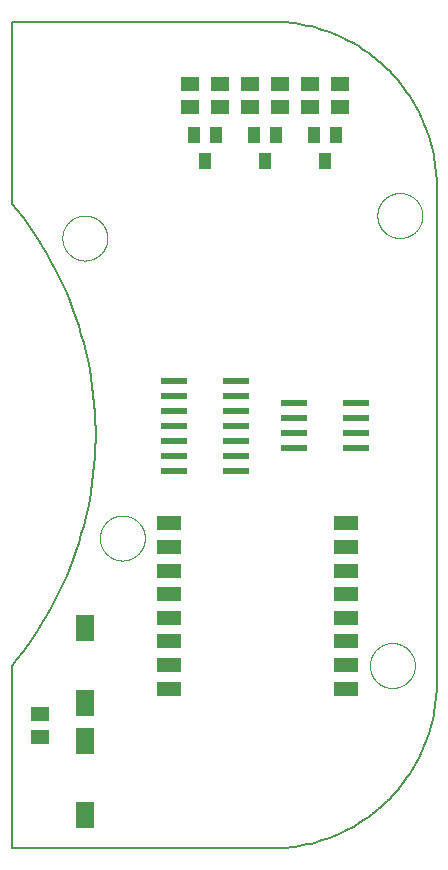
<source format=gtp>
G75*
%MOIN*%
%OFA0B0*%
%FSLAX25Y25*%
%IPPOS*%
%LPD*%
%AMOC8*
5,1,8,0,0,1.08239X$1,22.5*
%
%ADD10C,0.00600*%
%ADD11C,0.00000*%
%ADD12R,0.05906X0.05118*%
%ADD13R,0.08661X0.02362*%
%ADD14R,0.07874X0.04724*%
%ADD15R,0.06299X0.09055*%
%ADD16R,0.03937X0.05512*%
D10*
X0044283Y0005655D02*
X0044283Y0066600D01*
X0044283Y0005655D02*
X0130869Y0005655D01*
X0132201Y0005671D01*
X0133532Y0005719D01*
X0134861Y0005800D01*
X0136189Y0005912D01*
X0137513Y0006057D01*
X0138833Y0006233D01*
X0140149Y0006442D01*
X0141459Y0006682D01*
X0142763Y0006954D01*
X0144060Y0007257D01*
X0145349Y0007591D01*
X0146630Y0007956D01*
X0147901Y0008353D01*
X0149163Y0008780D01*
X0150414Y0009237D01*
X0151654Y0009724D01*
X0152881Y0010241D01*
X0154096Y0010788D01*
X0155297Y0011364D01*
X0156484Y0011968D01*
X0157655Y0012602D01*
X0158812Y0013263D01*
X0159951Y0013952D01*
X0161074Y0014668D01*
X0162180Y0015412D01*
X0163267Y0016182D01*
X0164335Y0016977D01*
X0165383Y0017799D01*
X0166411Y0018645D01*
X0167419Y0019517D01*
X0168405Y0020412D01*
X0169370Y0021331D01*
X0170311Y0022272D01*
X0171230Y0023237D01*
X0172125Y0024223D01*
X0172997Y0025231D01*
X0173843Y0026259D01*
X0174665Y0027307D01*
X0175460Y0028375D01*
X0176230Y0029462D01*
X0176974Y0030568D01*
X0177690Y0031691D01*
X0178379Y0032830D01*
X0179040Y0033987D01*
X0179674Y0035158D01*
X0180278Y0036345D01*
X0180854Y0037546D01*
X0181401Y0038761D01*
X0181918Y0039988D01*
X0182405Y0041228D01*
X0182862Y0042479D01*
X0183289Y0043741D01*
X0183686Y0045012D01*
X0184051Y0046293D01*
X0184385Y0047582D01*
X0184688Y0048879D01*
X0184960Y0050183D01*
X0185200Y0051493D01*
X0185409Y0052809D01*
X0185585Y0054129D01*
X0185730Y0055453D01*
X0185842Y0056781D01*
X0185923Y0058110D01*
X0185971Y0059441D01*
X0185987Y0060773D01*
X0185987Y0226128D01*
X0185971Y0227460D01*
X0185923Y0228791D01*
X0185842Y0230120D01*
X0185730Y0231448D01*
X0185585Y0232772D01*
X0185409Y0234092D01*
X0185200Y0235408D01*
X0184960Y0236718D01*
X0184688Y0238022D01*
X0184385Y0239319D01*
X0184051Y0240608D01*
X0183686Y0241889D01*
X0183289Y0243160D01*
X0182862Y0244422D01*
X0182405Y0245673D01*
X0181918Y0246913D01*
X0181401Y0248140D01*
X0180854Y0249355D01*
X0180278Y0250556D01*
X0179674Y0251743D01*
X0179040Y0252914D01*
X0178379Y0254071D01*
X0177690Y0255210D01*
X0176974Y0256333D01*
X0176230Y0257439D01*
X0175460Y0258526D01*
X0174665Y0259594D01*
X0173843Y0260642D01*
X0172997Y0261670D01*
X0172125Y0262678D01*
X0171230Y0263664D01*
X0170311Y0264629D01*
X0169370Y0265570D01*
X0168405Y0266489D01*
X0167419Y0267384D01*
X0166411Y0268256D01*
X0165383Y0269102D01*
X0164335Y0269924D01*
X0163267Y0270719D01*
X0162180Y0271489D01*
X0161074Y0272233D01*
X0159951Y0272949D01*
X0158812Y0273638D01*
X0157655Y0274299D01*
X0156484Y0274933D01*
X0155297Y0275537D01*
X0154096Y0276113D01*
X0152881Y0276660D01*
X0151654Y0277177D01*
X0150414Y0277664D01*
X0149163Y0278121D01*
X0147901Y0278548D01*
X0146630Y0278945D01*
X0145349Y0279310D01*
X0144060Y0279644D01*
X0142763Y0279947D01*
X0141459Y0280219D01*
X0140149Y0280459D01*
X0138833Y0280668D01*
X0137513Y0280844D01*
X0136189Y0280989D01*
X0134861Y0281101D01*
X0133532Y0281182D01*
X0132201Y0281230D01*
X0130869Y0281246D01*
X0044283Y0281246D01*
X0044283Y0220606D01*
X0046142Y0218335D01*
X0047944Y0216019D01*
X0049689Y0213660D01*
X0051376Y0211259D01*
X0053004Y0208817D01*
X0054571Y0206336D01*
X0056077Y0203818D01*
X0057520Y0201263D01*
X0058901Y0198674D01*
X0060218Y0196052D01*
X0061471Y0193398D01*
X0062657Y0190714D01*
X0063778Y0188002D01*
X0064832Y0185264D01*
X0065819Y0182500D01*
X0066738Y0179713D01*
X0067588Y0176905D01*
X0068369Y0174076D01*
X0069081Y0171230D01*
X0069723Y0168366D01*
X0070294Y0165488D01*
X0070795Y0162597D01*
X0071224Y0159694D01*
X0071583Y0156781D01*
X0071870Y0153861D01*
X0072085Y0150935D01*
X0072229Y0148004D01*
X0072301Y0145070D01*
X0072301Y0142136D01*
X0072229Y0139202D01*
X0072085Y0136271D01*
X0071870Y0133345D01*
X0071583Y0130425D01*
X0071224Y0127512D01*
X0070795Y0124609D01*
X0070294Y0121718D01*
X0069723Y0118840D01*
X0069081Y0115976D01*
X0068369Y0113130D01*
X0067588Y0110301D01*
X0066738Y0107493D01*
X0065819Y0104706D01*
X0064832Y0101942D01*
X0063778Y0099204D01*
X0062657Y0096492D01*
X0061471Y0093808D01*
X0060218Y0091154D01*
X0058901Y0088532D01*
X0057520Y0085943D01*
X0056077Y0083388D01*
X0054571Y0080870D01*
X0053004Y0078389D01*
X0051376Y0075947D01*
X0049689Y0073546D01*
X0047944Y0071187D01*
X0046142Y0068871D01*
X0044283Y0066600D01*
D11*
X0073704Y0109100D02*
X0073706Y0109284D01*
X0073713Y0109468D01*
X0073724Y0109652D01*
X0073740Y0109835D01*
X0073760Y0110018D01*
X0073785Y0110200D01*
X0073814Y0110382D01*
X0073848Y0110563D01*
X0073886Y0110743D01*
X0073929Y0110922D01*
X0073976Y0111100D01*
X0074027Y0111277D01*
X0074083Y0111453D01*
X0074142Y0111627D01*
X0074207Y0111799D01*
X0074275Y0111970D01*
X0074347Y0112139D01*
X0074424Y0112307D01*
X0074505Y0112472D01*
X0074590Y0112635D01*
X0074678Y0112797D01*
X0074771Y0112956D01*
X0074868Y0113112D01*
X0074968Y0113267D01*
X0075072Y0113419D01*
X0075180Y0113568D01*
X0075291Y0113714D01*
X0075406Y0113858D01*
X0075525Y0113999D01*
X0075647Y0114137D01*
X0075772Y0114272D01*
X0075901Y0114403D01*
X0076032Y0114532D01*
X0076167Y0114657D01*
X0076305Y0114779D01*
X0076446Y0114898D01*
X0076590Y0115013D01*
X0076736Y0115124D01*
X0076885Y0115232D01*
X0077037Y0115336D01*
X0077192Y0115436D01*
X0077348Y0115533D01*
X0077507Y0115626D01*
X0077669Y0115714D01*
X0077832Y0115799D01*
X0077997Y0115880D01*
X0078165Y0115957D01*
X0078334Y0116029D01*
X0078505Y0116097D01*
X0078677Y0116162D01*
X0078851Y0116221D01*
X0079027Y0116277D01*
X0079204Y0116328D01*
X0079382Y0116375D01*
X0079561Y0116418D01*
X0079741Y0116456D01*
X0079922Y0116490D01*
X0080104Y0116519D01*
X0080286Y0116544D01*
X0080469Y0116564D01*
X0080652Y0116580D01*
X0080836Y0116591D01*
X0081020Y0116598D01*
X0081204Y0116600D01*
X0081388Y0116598D01*
X0081572Y0116591D01*
X0081756Y0116580D01*
X0081939Y0116564D01*
X0082122Y0116544D01*
X0082304Y0116519D01*
X0082486Y0116490D01*
X0082667Y0116456D01*
X0082847Y0116418D01*
X0083026Y0116375D01*
X0083204Y0116328D01*
X0083381Y0116277D01*
X0083557Y0116221D01*
X0083731Y0116162D01*
X0083903Y0116097D01*
X0084074Y0116029D01*
X0084243Y0115957D01*
X0084411Y0115880D01*
X0084576Y0115799D01*
X0084739Y0115714D01*
X0084901Y0115626D01*
X0085060Y0115533D01*
X0085216Y0115436D01*
X0085371Y0115336D01*
X0085523Y0115232D01*
X0085672Y0115124D01*
X0085818Y0115013D01*
X0085962Y0114898D01*
X0086103Y0114779D01*
X0086241Y0114657D01*
X0086376Y0114532D01*
X0086507Y0114403D01*
X0086636Y0114272D01*
X0086761Y0114137D01*
X0086883Y0113999D01*
X0087002Y0113858D01*
X0087117Y0113714D01*
X0087228Y0113568D01*
X0087336Y0113419D01*
X0087440Y0113267D01*
X0087540Y0113112D01*
X0087637Y0112956D01*
X0087730Y0112797D01*
X0087818Y0112635D01*
X0087903Y0112472D01*
X0087984Y0112307D01*
X0088061Y0112139D01*
X0088133Y0111970D01*
X0088201Y0111799D01*
X0088266Y0111627D01*
X0088325Y0111453D01*
X0088381Y0111277D01*
X0088432Y0111100D01*
X0088479Y0110922D01*
X0088522Y0110743D01*
X0088560Y0110563D01*
X0088594Y0110382D01*
X0088623Y0110200D01*
X0088648Y0110018D01*
X0088668Y0109835D01*
X0088684Y0109652D01*
X0088695Y0109468D01*
X0088702Y0109284D01*
X0088704Y0109100D01*
X0088702Y0108916D01*
X0088695Y0108732D01*
X0088684Y0108548D01*
X0088668Y0108365D01*
X0088648Y0108182D01*
X0088623Y0108000D01*
X0088594Y0107818D01*
X0088560Y0107637D01*
X0088522Y0107457D01*
X0088479Y0107278D01*
X0088432Y0107100D01*
X0088381Y0106923D01*
X0088325Y0106747D01*
X0088266Y0106573D01*
X0088201Y0106401D01*
X0088133Y0106230D01*
X0088061Y0106061D01*
X0087984Y0105893D01*
X0087903Y0105728D01*
X0087818Y0105565D01*
X0087730Y0105403D01*
X0087637Y0105244D01*
X0087540Y0105088D01*
X0087440Y0104933D01*
X0087336Y0104781D01*
X0087228Y0104632D01*
X0087117Y0104486D01*
X0087002Y0104342D01*
X0086883Y0104201D01*
X0086761Y0104063D01*
X0086636Y0103928D01*
X0086507Y0103797D01*
X0086376Y0103668D01*
X0086241Y0103543D01*
X0086103Y0103421D01*
X0085962Y0103302D01*
X0085818Y0103187D01*
X0085672Y0103076D01*
X0085523Y0102968D01*
X0085371Y0102864D01*
X0085216Y0102764D01*
X0085060Y0102667D01*
X0084901Y0102574D01*
X0084739Y0102486D01*
X0084576Y0102401D01*
X0084411Y0102320D01*
X0084243Y0102243D01*
X0084074Y0102171D01*
X0083903Y0102103D01*
X0083731Y0102038D01*
X0083557Y0101979D01*
X0083381Y0101923D01*
X0083204Y0101872D01*
X0083026Y0101825D01*
X0082847Y0101782D01*
X0082667Y0101744D01*
X0082486Y0101710D01*
X0082304Y0101681D01*
X0082122Y0101656D01*
X0081939Y0101636D01*
X0081756Y0101620D01*
X0081572Y0101609D01*
X0081388Y0101602D01*
X0081204Y0101600D01*
X0081020Y0101602D01*
X0080836Y0101609D01*
X0080652Y0101620D01*
X0080469Y0101636D01*
X0080286Y0101656D01*
X0080104Y0101681D01*
X0079922Y0101710D01*
X0079741Y0101744D01*
X0079561Y0101782D01*
X0079382Y0101825D01*
X0079204Y0101872D01*
X0079027Y0101923D01*
X0078851Y0101979D01*
X0078677Y0102038D01*
X0078505Y0102103D01*
X0078334Y0102171D01*
X0078165Y0102243D01*
X0077997Y0102320D01*
X0077832Y0102401D01*
X0077669Y0102486D01*
X0077507Y0102574D01*
X0077348Y0102667D01*
X0077192Y0102764D01*
X0077037Y0102864D01*
X0076885Y0102968D01*
X0076736Y0103076D01*
X0076590Y0103187D01*
X0076446Y0103302D01*
X0076305Y0103421D01*
X0076167Y0103543D01*
X0076032Y0103668D01*
X0075901Y0103797D01*
X0075772Y0103928D01*
X0075647Y0104063D01*
X0075525Y0104201D01*
X0075406Y0104342D01*
X0075291Y0104486D01*
X0075180Y0104632D01*
X0075072Y0104781D01*
X0074968Y0104933D01*
X0074868Y0105088D01*
X0074771Y0105244D01*
X0074678Y0105403D01*
X0074590Y0105565D01*
X0074505Y0105728D01*
X0074424Y0105893D01*
X0074347Y0106061D01*
X0074275Y0106230D01*
X0074207Y0106401D01*
X0074142Y0106573D01*
X0074083Y0106747D01*
X0074027Y0106923D01*
X0073976Y0107100D01*
X0073929Y0107278D01*
X0073886Y0107457D01*
X0073848Y0107637D01*
X0073814Y0107818D01*
X0073785Y0108000D01*
X0073760Y0108182D01*
X0073740Y0108365D01*
X0073724Y0108548D01*
X0073713Y0108732D01*
X0073706Y0108916D01*
X0073704Y0109100D01*
X0061204Y0209100D02*
X0061206Y0209284D01*
X0061213Y0209468D01*
X0061224Y0209652D01*
X0061240Y0209835D01*
X0061260Y0210018D01*
X0061285Y0210200D01*
X0061314Y0210382D01*
X0061348Y0210563D01*
X0061386Y0210743D01*
X0061429Y0210922D01*
X0061476Y0211100D01*
X0061527Y0211277D01*
X0061583Y0211453D01*
X0061642Y0211627D01*
X0061707Y0211799D01*
X0061775Y0211970D01*
X0061847Y0212139D01*
X0061924Y0212307D01*
X0062005Y0212472D01*
X0062090Y0212635D01*
X0062178Y0212797D01*
X0062271Y0212956D01*
X0062368Y0213112D01*
X0062468Y0213267D01*
X0062572Y0213419D01*
X0062680Y0213568D01*
X0062791Y0213714D01*
X0062906Y0213858D01*
X0063025Y0213999D01*
X0063147Y0214137D01*
X0063272Y0214272D01*
X0063401Y0214403D01*
X0063532Y0214532D01*
X0063667Y0214657D01*
X0063805Y0214779D01*
X0063946Y0214898D01*
X0064090Y0215013D01*
X0064236Y0215124D01*
X0064385Y0215232D01*
X0064537Y0215336D01*
X0064692Y0215436D01*
X0064848Y0215533D01*
X0065007Y0215626D01*
X0065169Y0215714D01*
X0065332Y0215799D01*
X0065497Y0215880D01*
X0065665Y0215957D01*
X0065834Y0216029D01*
X0066005Y0216097D01*
X0066177Y0216162D01*
X0066351Y0216221D01*
X0066527Y0216277D01*
X0066704Y0216328D01*
X0066882Y0216375D01*
X0067061Y0216418D01*
X0067241Y0216456D01*
X0067422Y0216490D01*
X0067604Y0216519D01*
X0067786Y0216544D01*
X0067969Y0216564D01*
X0068152Y0216580D01*
X0068336Y0216591D01*
X0068520Y0216598D01*
X0068704Y0216600D01*
X0068888Y0216598D01*
X0069072Y0216591D01*
X0069256Y0216580D01*
X0069439Y0216564D01*
X0069622Y0216544D01*
X0069804Y0216519D01*
X0069986Y0216490D01*
X0070167Y0216456D01*
X0070347Y0216418D01*
X0070526Y0216375D01*
X0070704Y0216328D01*
X0070881Y0216277D01*
X0071057Y0216221D01*
X0071231Y0216162D01*
X0071403Y0216097D01*
X0071574Y0216029D01*
X0071743Y0215957D01*
X0071911Y0215880D01*
X0072076Y0215799D01*
X0072239Y0215714D01*
X0072401Y0215626D01*
X0072560Y0215533D01*
X0072716Y0215436D01*
X0072871Y0215336D01*
X0073023Y0215232D01*
X0073172Y0215124D01*
X0073318Y0215013D01*
X0073462Y0214898D01*
X0073603Y0214779D01*
X0073741Y0214657D01*
X0073876Y0214532D01*
X0074007Y0214403D01*
X0074136Y0214272D01*
X0074261Y0214137D01*
X0074383Y0213999D01*
X0074502Y0213858D01*
X0074617Y0213714D01*
X0074728Y0213568D01*
X0074836Y0213419D01*
X0074940Y0213267D01*
X0075040Y0213112D01*
X0075137Y0212956D01*
X0075230Y0212797D01*
X0075318Y0212635D01*
X0075403Y0212472D01*
X0075484Y0212307D01*
X0075561Y0212139D01*
X0075633Y0211970D01*
X0075701Y0211799D01*
X0075766Y0211627D01*
X0075825Y0211453D01*
X0075881Y0211277D01*
X0075932Y0211100D01*
X0075979Y0210922D01*
X0076022Y0210743D01*
X0076060Y0210563D01*
X0076094Y0210382D01*
X0076123Y0210200D01*
X0076148Y0210018D01*
X0076168Y0209835D01*
X0076184Y0209652D01*
X0076195Y0209468D01*
X0076202Y0209284D01*
X0076204Y0209100D01*
X0076202Y0208916D01*
X0076195Y0208732D01*
X0076184Y0208548D01*
X0076168Y0208365D01*
X0076148Y0208182D01*
X0076123Y0208000D01*
X0076094Y0207818D01*
X0076060Y0207637D01*
X0076022Y0207457D01*
X0075979Y0207278D01*
X0075932Y0207100D01*
X0075881Y0206923D01*
X0075825Y0206747D01*
X0075766Y0206573D01*
X0075701Y0206401D01*
X0075633Y0206230D01*
X0075561Y0206061D01*
X0075484Y0205893D01*
X0075403Y0205728D01*
X0075318Y0205565D01*
X0075230Y0205403D01*
X0075137Y0205244D01*
X0075040Y0205088D01*
X0074940Y0204933D01*
X0074836Y0204781D01*
X0074728Y0204632D01*
X0074617Y0204486D01*
X0074502Y0204342D01*
X0074383Y0204201D01*
X0074261Y0204063D01*
X0074136Y0203928D01*
X0074007Y0203797D01*
X0073876Y0203668D01*
X0073741Y0203543D01*
X0073603Y0203421D01*
X0073462Y0203302D01*
X0073318Y0203187D01*
X0073172Y0203076D01*
X0073023Y0202968D01*
X0072871Y0202864D01*
X0072716Y0202764D01*
X0072560Y0202667D01*
X0072401Y0202574D01*
X0072239Y0202486D01*
X0072076Y0202401D01*
X0071911Y0202320D01*
X0071743Y0202243D01*
X0071574Y0202171D01*
X0071403Y0202103D01*
X0071231Y0202038D01*
X0071057Y0201979D01*
X0070881Y0201923D01*
X0070704Y0201872D01*
X0070526Y0201825D01*
X0070347Y0201782D01*
X0070167Y0201744D01*
X0069986Y0201710D01*
X0069804Y0201681D01*
X0069622Y0201656D01*
X0069439Y0201636D01*
X0069256Y0201620D01*
X0069072Y0201609D01*
X0068888Y0201602D01*
X0068704Y0201600D01*
X0068520Y0201602D01*
X0068336Y0201609D01*
X0068152Y0201620D01*
X0067969Y0201636D01*
X0067786Y0201656D01*
X0067604Y0201681D01*
X0067422Y0201710D01*
X0067241Y0201744D01*
X0067061Y0201782D01*
X0066882Y0201825D01*
X0066704Y0201872D01*
X0066527Y0201923D01*
X0066351Y0201979D01*
X0066177Y0202038D01*
X0066005Y0202103D01*
X0065834Y0202171D01*
X0065665Y0202243D01*
X0065497Y0202320D01*
X0065332Y0202401D01*
X0065169Y0202486D01*
X0065007Y0202574D01*
X0064848Y0202667D01*
X0064692Y0202764D01*
X0064537Y0202864D01*
X0064385Y0202968D01*
X0064236Y0203076D01*
X0064090Y0203187D01*
X0063946Y0203302D01*
X0063805Y0203421D01*
X0063667Y0203543D01*
X0063532Y0203668D01*
X0063401Y0203797D01*
X0063272Y0203928D01*
X0063147Y0204063D01*
X0063025Y0204201D01*
X0062906Y0204342D01*
X0062791Y0204486D01*
X0062680Y0204632D01*
X0062572Y0204781D01*
X0062468Y0204933D01*
X0062368Y0205088D01*
X0062271Y0205244D01*
X0062178Y0205403D01*
X0062090Y0205565D01*
X0062005Y0205728D01*
X0061924Y0205893D01*
X0061847Y0206061D01*
X0061775Y0206230D01*
X0061707Y0206401D01*
X0061642Y0206573D01*
X0061583Y0206747D01*
X0061527Y0206923D01*
X0061476Y0207100D01*
X0061429Y0207278D01*
X0061386Y0207457D01*
X0061348Y0207637D01*
X0061314Y0207818D01*
X0061285Y0208000D01*
X0061260Y0208182D01*
X0061240Y0208365D01*
X0061224Y0208548D01*
X0061213Y0208732D01*
X0061206Y0208916D01*
X0061204Y0209100D01*
X0163704Y0066600D02*
X0163706Y0066784D01*
X0163713Y0066968D01*
X0163724Y0067152D01*
X0163740Y0067335D01*
X0163760Y0067518D01*
X0163785Y0067700D01*
X0163814Y0067882D01*
X0163848Y0068063D01*
X0163886Y0068243D01*
X0163929Y0068422D01*
X0163976Y0068600D01*
X0164027Y0068777D01*
X0164083Y0068953D01*
X0164142Y0069127D01*
X0164207Y0069299D01*
X0164275Y0069470D01*
X0164347Y0069639D01*
X0164424Y0069807D01*
X0164505Y0069972D01*
X0164590Y0070135D01*
X0164678Y0070297D01*
X0164771Y0070456D01*
X0164868Y0070612D01*
X0164968Y0070767D01*
X0165072Y0070919D01*
X0165180Y0071068D01*
X0165291Y0071214D01*
X0165406Y0071358D01*
X0165525Y0071499D01*
X0165647Y0071637D01*
X0165772Y0071772D01*
X0165901Y0071903D01*
X0166032Y0072032D01*
X0166167Y0072157D01*
X0166305Y0072279D01*
X0166446Y0072398D01*
X0166590Y0072513D01*
X0166736Y0072624D01*
X0166885Y0072732D01*
X0167037Y0072836D01*
X0167192Y0072936D01*
X0167348Y0073033D01*
X0167507Y0073126D01*
X0167669Y0073214D01*
X0167832Y0073299D01*
X0167997Y0073380D01*
X0168165Y0073457D01*
X0168334Y0073529D01*
X0168505Y0073597D01*
X0168677Y0073662D01*
X0168851Y0073721D01*
X0169027Y0073777D01*
X0169204Y0073828D01*
X0169382Y0073875D01*
X0169561Y0073918D01*
X0169741Y0073956D01*
X0169922Y0073990D01*
X0170104Y0074019D01*
X0170286Y0074044D01*
X0170469Y0074064D01*
X0170652Y0074080D01*
X0170836Y0074091D01*
X0171020Y0074098D01*
X0171204Y0074100D01*
X0171388Y0074098D01*
X0171572Y0074091D01*
X0171756Y0074080D01*
X0171939Y0074064D01*
X0172122Y0074044D01*
X0172304Y0074019D01*
X0172486Y0073990D01*
X0172667Y0073956D01*
X0172847Y0073918D01*
X0173026Y0073875D01*
X0173204Y0073828D01*
X0173381Y0073777D01*
X0173557Y0073721D01*
X0173731Y0073662D01*
X0173903Y0073597D01*
X0174074Y0073529D01*
X0174243Y0073457D01*
X0174411Y0073380D01*
X0174576Y0073299D01*
X0174739Y0073214D01*
X0174901Y0073126D01*
X0175060Y0073033D01*
X0175216Y0072936D01*
X0175371Y0072836D01*
X0175523Y0072732D01*
X0175672Y0072624D01*
X0175818Y0072513D01*
X0175962Y0072398D01*
X0176103Y0072279D01*
X0176241Y0072157D01*
X0176376Y0072032D01*
X0176507Y0071903D01*
X0176636Y0071772D01*
X0176761Y0071637D01*
X0176883Y0071499D01*
X0177002Y0071358D01*
X0177117Y0071214D01*
X0177228Y0071068D01*
X0177336Y0070919D01*
X0177440Y0070767D01*
X0177540Y0070612D01*
X0177637Y0070456D01*
X0177730Y0070297D01*
X0177818Y0070135D01*
X0177903Y0069972D01*
X0177984Y0069807D01*
X0178061Y0069639D01*
X0178133Y0069470D01*
X0178201Y0069299D01*
X0178266Y0069127D01*
X0178325Y0068953D01*
X0178381Y0068777D01*
X0178432Y0068600D01*
X0178479Y0068422D01*
X0178522Y0068243D01*
X0178560Y0068063D01*
X0178594Y0067882D01*
X0178623Y0067700D01*
X0178648Y0067518D01*
X0178668Y0067335D01*
X0178684Y0067152D01*
X0178695Y0066968D01*
X0178702Y0066784D01*
X0178704Y0066600D01*
X0178702Y0066416D01*
X0178695Y0066232D01*
X0178684Y0066048D01*
X0178668Y0065865D01*
X0178648Y0065682D01*
X0178623Y0065500D01*
X0178594Y0065318D01*
X0178560Y0065137D01*
X0178522Y0064957D01*
X0178479Y0064778D01*
X0178432Y0064600D01*
X0178381Y0064423D01*
X0178325Y0064247D01*
X0178266Y0064073D01*
X0178201Y0063901D01*
X0178133Y0063730D01*
X0178061Y0063561D01*
X0177984Y0063393D01*
X0177903Y0063228D01*
X0177818Y0063065D01*
X0177730Y0062903D01*
X0177637Y0062744D01*
X0177540Y0062588D01*
X0177440Y0062433D01*
X0177336Y0062281D01*
X0177228Y0062132D01*
X0177117Y0061986D01*
X0177002Y0061842D01*
X0176883Y0061701D01*
X0176761Y0061563D01*
X0176636Y0061428D01*
X0176507Y0061297D01*
X0176376Y0061168D01*
X0176241Y0061043D01*
X0176103Y0060921D01*
X0175962Y0060802D01*
X0175818Y0060687D01*
X0175672Y0060576D01*
X0175523Y0060468D01*
X0175371Y0060364D01*
X0175216Y0060264D01*
X0175060Y0060167D01*
X0174901Y0060074D01*
X0174739Y0059986D01*
X0174576Y0059901D01*
X0174411Y0059820D01*
X0174243Y0059743D01*
X0174074Y0059671D01*
X0173903Y0059603D01*
X0173731Y0059538D01*
X0173557Y0059479D01*
X0173381Y0059423D01*
X0173204Y0059372D01*
X0173026Y0059325D01*
X0172847Y0059282D01*
X0172667Y0059244D01*
X0172486Y0059210D01*
X0172304Y0059181D01*
X0172122Y0059156D01*
X0171939Y0059136D01*
X0171756Y0059120D01*
X0171572Y0059109D01*
X0171388Y0059102D01*
X0171204Y0059100D01*
X0171020Y0059102D01*
X0170836Y0059109D01*
X0170652Y0059120D01*
X0170469Y0059136D01*
X0170286Y0059156D01*
X0170104Y0059181D01*
X0169922Y0059210D01*
X0169741Y0059244D01*
X0169561Y0059282D01*
X0169382Y0059325D01*
X0169204Y0059372D01*
X0169027Y0059423D01*
X0168851Y0059479D01*
X0168677Y0059538D01*
X0168505Y0059603D01*
X0168334Y0059671D01*
X0168165Y0059743D01*
X0167997Y0059820D01*
X0167832Y0059901D01*
X0167669Y0059986D01*
X0167507Y0060074D01*
X0167348Y0060167D01*
X0167192Y0060264D01*
X0167037Y0060364D01*
X0166885Y0060468D01*
X0166736Y0060576D01*
X0166590Y0060687D01*
X0166446Y0060802D01*
X0166305Y0060921D01*
X0166167Y0061043D01*
X0166032Y0061168D01*
X0165901Y0061297D01*
X0165772Y0061428D01*
X0165647Y0061563D01*
X0165525Y0061701D01*
X0165406Y0061842D01*
X0165291Y0061986D01*
X0165180Y0062132D01*
X0165072Y0062281D01*
X0164968Y0062433D01*
X0164868Y0062588D01*
X0164771Y0062744D01*
X0164678Y0062903D01*
X0164590Y0063065D01*
X0164505Y0063228D01*
X0164424Y0063393D01*
X0164347Y0063561D01*
X0164275Y0063730D01*
X0164207Y0063901D01*
X0164142Y0064073D01*
X0164083Y0064247D01*
X0164027Y0064423D01*
X0163976Y0064600D01*
X0163929Y0064778D01*
X0163886Y0064957D01*
X0163848Y0065137D01*
X0163814Y0065318D01*
X0163785Y0065500D01*
X0163760Y0065682D01*
X0163740Y0065865D01*
X0163724Y0066048D01*
X0163713Y0066232D01*
X0163706Y0066416D01*
X0163704Y0066600D01*
X0166204Y0216600D02*
X0166206Y0216784D01*
X0166213Y0216968D01*
X0166224Y0217152D01*
X0166240Y0217335D01*
X0166260Y0217518D01*
X0166285Y0217700D01*
X0166314Y0217882D01*
X0166348Y0218063D01*
X0166386Y0218243D01*
X0166429Y0218422D01*
X0166476Y0218600D01*
X0166527Y0218777D01*
X0166583Y0218953D01*
X0166642Y0219127D01*
X0166707Y0219299D01*
X0166775Y0219470D01*
X0166847Y0219639D01*
X0166924Y0219807D01*
X0167005Y0219972D01*
X0167090Y0220135D01*
X0167178Y0220297D01*
X0167271Y0220456D01*
X0167368Y0220612D01*
X0167468Y0220767D01*
X0167572Y0220919D01*
X0167680Y0221068D01*
X0167791Y0221214D01*
X0167906Y0221358D01*
X0168025Y0221499D01*
X0168147Y0221637D01*
X0168272Y0221772D01*
X0168401Y0221903D01*
X0168532Y0222032D01*
X0168667Y0222157D01*
X0168805Y0222279D01*
X0168946Y0222398D01*
X0169090Y0222513D01*
X0169236Y0222624D01*
X0169385Y0222732D01*
X0169537Y0222836D01*
X0169692Y0222936D01*
X0169848Y0223033D01*
X0170007Y0223126D01*
X0170169Y0223214D01*
X0170332Y0223299D01*
X0170497Y0223380D01*
X0170665Y0223457D01*
X0170834Y0223529D01*
X0171005Y0223597D01*
X0171177Y0223662D01*
X0171351Y0223721D01*
X0171527Y0223777D01*
X0171704Y0223828D01*
X0171882Y0223875D01*
X0172061Y0223918D01*
X0172241Y0223956D01*
X0172422Y0223990D01*
X0172604Y0224019D01*
X0172786Y0224044D01*
X0172969Y0224064D01*
X0173152Y0224080D01*
X0173336Y0224091D01*
X0173520Y0224098D01*
X0173704Y0224100D01*
X0173888Y0224098D01*
X0174072Y0224091D01*
X0174256Y0224080D01*
X0174439Y0224064D01*
X0174622Y0224044D01*
X0174804Y0224019D01*
X0174986Y0223990D01*
X0175167Y0223956D01*
X0175347Y0223918D01*
X0175526Y0223875D01*
X0175704Y0223828D01*
X0175881Y0223777D01*
X0176057Y0223721D01*
X0176231Y0223662D01*
X0176403Y0223597D01*
X0176574Y0223529D01*
X0176743Y0223457D01*
X0176911Y0223380D01*
X0177076Y0223299D01*
X0177239Y0223214D01*
X0177401Y0223126D01*
X0177560Y0223033D01*
X0177716Y0222936D01*
X0177871Y0222836D01*
X0178023Y0222732D01*
X0178172Y0222624D01*
X0178318Y0222513D01*
X0178462Y0222398D01*
X0178603Y0222279D01*
X0178741Y0222157D01*
X0178876Y0222032D01*
X0179007Y0221903D01*
X0179136Y0221772D01*
X0179261Y0221637D01*
X0179383Y0221499D01*
X0179502Y0221358D01*
X0179617Y0221214D01*
X0179728Y0221068D01*
X0179836Y0220919D01*
X0179940Y0220767D01*
X0180040Y0220612D01*
X0180137Y0220456D01*
X0180230Y0220297D01*
X0180318Y0220135D01*
X0180403Y0219972D01*
X0180484Y0219807D01*
X0180561Y0219639D01*
X0180633Y0219470D01*
X0180701Y0219299D01*
X0180766Y0219127D01*
X0180825Y0218953D01*
X0180881Y0218777D01*
X0180932Y0218600D01*
X0180979Y0218422D01*
X0181022Y0218243D01*
X0181060Y0218063D01*
X0181094Y0217882D01*
X0181123Y0217700D01*
X0181148Y0217518D01*
X0181168Y0217335D01*
X0181184Y0217152D01*
X0181195Y0216968D01*
X0181202Y0216784D01*
X0181204Y0216600D01*
X0181202Y0216416D01*
X0181195Y0216232D01*
X0181184Y0216048D01*
X0181168Y0215865D01*
X0181148Y0215682D01*
X0181123Y0215500D01*
X0181094Y0215318D01*
X0181060Y0215137D01*
X0181022Y0214957D01*
X0180979Y0214778D01*
X0180932Y0214600D01*
X0180881Y0214423D01*
X0180825Y0214247D01*
X0180766Y0214073D01*
X0180701Y0213901D01*
X0180633Y0213730D01*
X0180561Y0213561D01*
X0180484Y0213393D01*
X0180403Y0213228D01*
X0180318Y0213065D01*
X0180230Y0212903D01*
X0180137Y0212744D01*
X0180040Y0212588D01*
X0179940Y0212433D01*
X0179836Y0212281D01*
X0179728Y0212132D01*
X0179617Y0211986D01*
X0179502Y0211842D01*
X0179383Y0211701D01*
X0179261Y0211563D01*
X0179136Y0211428D01*
X0179007Y0211297D01*
X0178876Y0211168D01*
X0178741Y0211043D01*
X0178603Y0210921D01*
X0178462Y0210802D01*
X0178318Y0210687D01*
X0178172Y0210576D01*
X0178023Y0210468D01*
X0177871Y0210364D01*
X0177716Y0210264D01*
X0177560Y0210167D01*
X0177401Y0210074D01*
X0177239Y0209986D01*
X0177076Y0209901D01*
X0176911Y0209820D01*
X0176743Y0209743D01*
X0176574Y0209671D01*
X0176403Y0209603D01*
X0176231Y0209538D01*
X0176057Y0209479D01*
X0175881Y0209423D01*
X0175704Y0209372D01*
X0175526Y0209325D01*
X0175347Y0209282D01*
X0175167Y0209244D01*
X0174986Y0209210D01*
X0174804Y0209181D01*
X0174622Y0209156D01*
X0174439Y0209136D01*
X0174256Y0209120D01*
X0174072Y0209109D01*
X0173888Y0209102D01*
X0173704Y0209100D01*
X0173520Y0209102D01*
X0173336Y0209109D01*
X0173152Y0209120D01*
X0172969Y0209136D01*
X0172786Y0209156D01*
X0172604Y0209181D01*
X0172422Y0209210D01*
X0172241Y0209244D01*
X0172061Y0209282D01*
X0171882Y0209325D01*
X0171704Y0209372D01*
X0171527Y0209423D01*
X0171351Y0209479D01*
X0171177Y0209538D01*
X0171005Y0209603D01*
X0170834Y0209671D01*
X0170665Y0209743D01*
X0170497Y0209820D01*
X0170332Y0209901D01*
X0170169Y0209986D01*
X0170007Y0210074D01*
X0169848Y0210167D01*
X0169692Y0210264D01*
X0169537Y0210364D01*
X0169385Y0210468D01*
X0169236Y0210576D01*
X0169090Y0210687D01*
X0168946Y0210802D01*
X0168805Y0210921D01*
X0168667Y0211043D01*
X0168532Y0211168D01*
X0168401Y0211297D01*
X0168272Y0211428D01*
X0168147Y0211563D01*
X0168025Y0211701D01*
X0167906Y0211842D01*
X0167791Y0211986D01*
X0167680Y0212132D01*
X0167572Y0212281D01*
X0167468Y0212433D01*
X0167368Y0212588D01*
X0167271Y0212744D01*
X0167178Y0212903D01*
X0167090Y0213065D01*
X0167005Y0213228D01*
X0166924Y0213393D01*
X0166847Y0213561D01*
X0166775Y0213730D01*
X0166707Y0213901D01*
X0166642Y0214073D01*
X0166583Y0214247D01*
X0166527Y0214423D01*
X0166476Y0214600D01*
X0166429Y0214778D01*
X0166386Y0214957D01*
X0166348Y0215137D01*
X0166314Y0215318D01*
X0166285Y0215500D01*
X0166260Y0215682D01*
X0166240Y0215865D01*
X0166224Y0216048D01*
X0166213Y0216232D01*
X0166206Y0216416D01*
X0166204Y0216600D01*
D12*
X0153704Y0252860D03*
X0153704Y0260340D03*
X0143704Y0260340D03*
X0143704Y0252860D03*
X0133704Y0252860D03*
X0133704Y0260340D03*
X0123704Y0260340D03*
X0123704Y0252860D03*
X0113704Y0252860D03*
X0113704Y0260340D03*
X0103704Y0260340D03*
X0103704Y0252860D03*
X0053704Y0050340D03*
X0053704Y0042860D03*
D13*
X0098468Y0131600D03*
X0098468Y0136600D03*
X0098468Y0141600D03*
X0098468Y0146600D03*
X0098468Y0151600D03*
X0098468Y0156600D03*
X0098468Y0161600D03*
X0118940Y0161600D03*
X0118940Y0156600D03*
X0118940Y0151600D03*
X0118940Y0146600D03*
X0118940Y0141600D03*
X0118940Y0136600D03*
X0118940Y0131600D03*
X0138468Y0139100D03*
X0138468Y0144100D03*
X0138468Y0149100D03*
X0138468Y0154100D03*
X0158940Y0154100D03*
X0158940Y0149100D03*
X0158940Y0144100D03*
X0158940Y0139100D03*
D14*
X0155732Y0114002D03*
X0155732Y0106128D03*
X0155732Y0098254D03*
X0155732Y0090380D03*
X0155732Y0082506D03*
X0155732Y0074631D03*
X0155732Y0066757D03*
X0155732Y0058883D03*
X0096676Y0058883D03*
X0096676Y0066757D03*
X0096676Y0074631D03*
X0096676Y0082506D03*
X0096676Y0090380D03*
X0096676Y0098254D03*
X0096676Y0106128D03*
X0096676Y0114002D03*
D15*
X0068704Y0079002D03*
X0068704Y0054198D03*
X0068704Y0041502D03*
X0068704Y0016698D03*
D16*
X0108704Y0234769D03*
X0104964Y0243431D03*
X0112444Y0243431D03*
X0124964Y0243431D03*
X0128704Y0234769D03*
X0132444Y0243431D03*
X0144964Y0243431D03*
X0148704Y0234769D03*
X0152444Y0243431D03*
M02*

</source>
